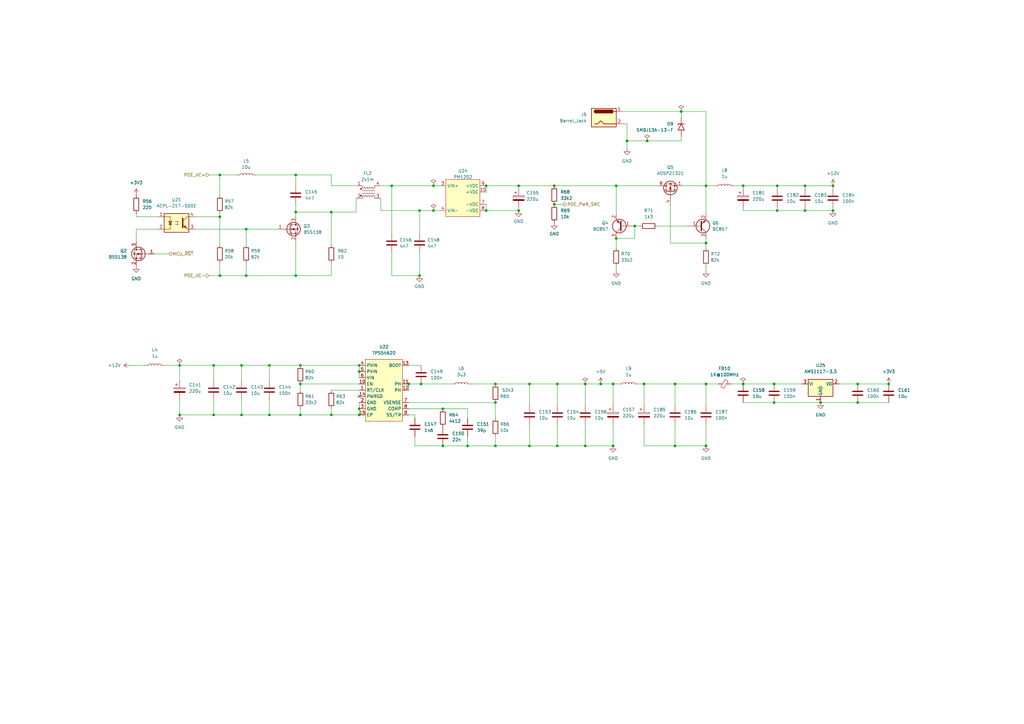
<source format=kicad_sch>
(kicad_sch (version 20211123) (generator eeschema)
  (paper "A3")
  (title_block (title "Kirdy") (date "2022-07-03") (rev "r0.1") (company "M-Labs") (comment 1 "Alex Wong Tat Hang"))
  (lib_symbols
    (symbol "Connector:Barrel_Jack" (pin_names (offset 1.016))
      (property "Reference" "J" (at 0 5.334 0))
      (property "Value" "Barrel_Jack" (at 0 -5.08 0))
      (symbol "Barrel_Jack_1_1"
        (pin passive line (at 7.62 2.54 180) (length 2.54) (name "~") (number "1"))
        (pin passive line (at 7.62 -2.54 180) (length 2.54) (name "~") (number "2"))
      )
    )
    (symbol "Device:C" (pin_numbers hide) (pin_names (offset 0.254))
      (property "Reference" "C" (at 0.635 2.54 0))
      (property "Value" "C" (at 0.635 -2.54 0))
      (symbol "C_1_1"
        (pin passive line (at 0 3.81 270) (length 2.794) (name "~") (number "1"))
        (pin passive line (at 0 -3.81 90) (length 2.794) (name "~") (number "2"))
      )
    )
    (symbol "Device:C_Polarized" (pin_numbers hide) (pin_names (offset 0.254))
      (property "Reference" "C" (at 0.635 2.54 0))
      (property "Value" "C_Polarized" (at 0.635 -2.54 0))
      (symbol "C_Polarized_1_1"
        (pin passive line (at 0 3.81 270) (length 2.794) (name "~") (number "1"))
        (pin passive line (at 0 -3.81 90) (length 2.794) (name "~") (number "2"))
      )
    )
    (symbol "Device:FerriteBead_Small" (pin_numbers hide) (pin_names (offset 0))
      (property "Reference" "FB" (at 1.905 1.27 0))
      (property "Value" "FerriteBead_Small" (at 1.905 -1.27 0))
      (symbol "FerriteBead_Small_1_1"
        (pin passive line (at 0 2.54 270) (length 1.27) (name "~") (number "1"))
        (pin passive line (at 0 -2.54 90) (length 1.27) (name "~") (number "2"))
      )
    )
    (symbol "Device:Filter_EMI_LL_1423" (pin_names hide)
      (property "Reference" "FL" (at 0 4.445 0))
      (property "Value" "Filter_EMI_LL_1423" (at 0 -4.445 0))
      (symbol "Filter_EMI_LL_1423_1_1"
        (pin passive line (at -5.08 -2.54 0) (length 2.54) (name "1") (number "1"))
        (pin passive line (at -5.08 2.54 0) (length 2.54) (name "2") (number "2"))
        (pin passive line (at 5.08 2.54 180) (length 2.54) (name "3") (number "3"))
        (pin passive line (at 5.08 -2.54 180) (length 2.54) (name "4") (number "4"))
      )
    )
    (symbol "Device:L" (pin_numbers hide) (pin_names (offset 1.016) hide)
      (property "Reference" "L" (at -1.27 0 90))
      (property "Value" "L" (at 1.905 0 90))
      (symbol "L_1_1"
        (pin passive line (at 0 3.81 270) (length 1.27) (name "1") (number "1"))
        (pin passive line (at 0 -3.81 90) (length 1.27) (name "2") (number "2"))
      )
    )
    (symbol "Device:R" (pin_numbers hide) (pin_names (offset 0))
      (property "Reference" "R" (at 2.032 0 90))
      (property "Value" "R" (at 0 0 90))
      (symbol "R_1_1"
        (pin passive line (at 0 3.81 270) (length 1.27) (name "~") (number "1"))
        (pin passive line (at 0 -3.81 90) (length 1.27) (name "~") (number "2"))
      )
    )
    (symbol "Diode:SM6T15A" (pin_numbers hide) (pin_names (offset 1.016) hide)
      (property "Reference" "D" (at 0 2.54 0))
      (property "Value" "SM6T15A" (at 0 -2.54 0))
      (symbol "SM6T15A_1_1"
        (pin passive line (at -3.81 0 0) (length 2.54) (name "A1") (number "1"))
        (pin passive line (at 3.81 0 180) (length 2.54) (name "A2") (number "2"))
      )
    )
    (symbol "Isolator:SFH617A-2X009T"
      (property "Reference" "U" (at -3.81 5.08 0))
      (property "Value" "SFH617A-2X009T" (at 0 -5.08 0))
      (symbol "SFH617A-2X009T_1_1"
        (pin passive line (at -7.62 2.54 0) (length 2.54) (name "~") (number "1"))
        (pin passive line (at -7.62 -2.54 0) (length 2.54) (name "~") (number "2"))
        (pin passive line (at 7.62 -2.54 180) (length 2.54) (name "~") (number "3"))
        (pin passive line (at 7.62 2.54 180) (length 2.54) (name "~") (number "4"))
      )
    )
    (symbol "Regulator_Linear:AMS1117-3.3" (pin_names (offset 0.254))
      (property "Reference" "U" (at -3.81 3.175 0))
      (property "Value" "AMS1117-3.3" (at 0 3.175 0))
      (symbol "AMS1117-3.3_1_1"
        (pin power_in line (at 0 -7.62 90) (length 2.54) (name "GND") (number "1"))
        (pin power_out line (at 7.62 0 180) (length 2.54) (name "VO") (number "2"))
        (pin power_in line (at -7.62 0 0) (length 2.54) (name "VI") (number "3"))
      )
    )
    (symbol "Transistor_BJT:BC857" (pin_names (offset 0) hide)
      (property "Reference" "Q" (at 5.08 1.905 0))
      (property "Value" "BC857" (at 5.08 0 0))
      (symbol "BC857_1_1"
        (pin input line (at -5.08 0 0) (length 5.715) (name "B") (number "1"))
        (pin passive line (at 2.54 -5.08 90) (length 2.54) (name "E") (number "2"))
        (pin passive line (at 2.54 5.08 270) (length 2.54) (name "C") (number "3"))
      )
    )
    (symbol "Transistor_FET:BSS138" (pin_names hide)
      (property "Reference" "Q" (at 5.08 1.905 0))
      (property "Value" "BSS138" (at 5.08 0 0))
      (symbol "BSS138_1_1"
        (pin input line (at -5.08 0 0) (length 2.54) (name "G") (number "1"))
        (pin passive line (at 2.54 -5.08 90) (length 2.54) (name "S") (number "2"))
        (pin passive line (at 2.54 5.08 270) (length 2.54) (name "D") (number "3"))
      )
    )
    (symbol "Transistor_FET:FDS9435A" (pin_names hide)
      (property "Reference" "Q" (at 5.08 1.905 0))
      (property "Value" "FDS9435A" (at 5.08 0 0))
      (symbol "FDS9435A_1_1"
        (pin passive line (at 2.54 -5.08 90) (length 2.54) (name "S") (number "1"))
        (pin passive line (at 2.54 -5.08 90) (length 2.54) hide (name "S") (number "2"))
        (pin passive line (at 2.54 -5.08 90) (length 2.54) hide (name "S") (number "3"))
        (pin passive line (at -5.08 0 0) (length 2.54) (name "G") (number "4"))
        (pin passive line (at 2.54 5.08 270) (length 2.54) hide (name "D") (number "5"))
        (pin passive line (at 2.54 5.08 270) (length 2.54) hide (name "D") (number "6"))
        (pin passive line (at 2.54 5.08 270) (length 2.54) hide (name "D") (number "7"))
        (pin passive line (at 2.54 5.08 270) (length 2.54) (name "D") (number "8"))
      )
    )
    (symbol "kirdy:PM1202"
      (property "Reference" "U" (at 6.35 -6.35 0))
      (property "Value" "PM1202" (at -2.54 -6.35 0))
      (symbol "PM1202_0_0"
        (pin no_connect line (at -2.54 6.35 90) (length 2.54) hide (name "NC") (number "1"))
        (pin power_out line (at 10.16 5.08 180) (length 2.54) (name "+VDC") (number "10"))
        (pin no_connect line (at -0.635 5.715 90) (length 2.54) hide (name "NC") (number "2"))
        (pin power_in line (at -8.89 7.62 0) (length 2.54) (name "VIN+") (number "3"))
        (pin power_in line (at -8.89 -2.54 0) (length 2.54) (name "VIN-") (number "4"))
        (pin no_connect line (at 0.635 5.715 90) (length 2.54) hide (name "NC") (number "5"))
        (pin no_connect line (at 1.905 5.715 90) (length 2.54) hide (name "NC") (number "6"))
        (pin passive line (at 10.16 0 180) (length 2.54) (name "-VDC") (number "7"))
        (pin power_out line (at 10.16 -2.54 180) (length 2.54) (name "-VDC") (number "8"))
        (pin input line (at 10.16 7.62 180) (length 2.54) (name "+VDC") (number "9"))
      )
    )
    (symbol "kirdy:TPS54620"
      (property "Reference" "U" (at 0 -17.78 0))
      (property "Value" "TPS54620" (at 0 -15.24 0))
      (symbol "TPS54620_0_0"
        (pin input line (at -10.16 0 0) (length 2.54) (name "RT/CLK") (number "1"))
        (pin input line (at -10.16 2.54 0) (length 2.54) (name "EN") (number "10"))
        (pin power_out line (at 10.16 2.54 180) (length 2.54) (name "PH") (number "11"))
        (pin passive line (at 10.16 0 180) (length 2.54) (name "PH") (number "12"))
        (pin input line (at 10.16 10.16 180) (length 2.54) (name "BOOT") (number "13"))
        (pin output line (at -10.16 -2.54 0) (length 2.54) (name "PWRGD") (number "14"))
        (pin power_in line (at -10.16 -10.16 0) (length 2.54) (name "EP") (number "15"))
        (pin power_in line (at -10.16 -5.08 0) (length 2.54) (name "GND") (number "2"))
        (pin power_in line (at -10.16 -7.62 0) (length 2.54) (name "GND") (number "3"))
        (pin power_in line (at -10.16 10.16 0) (length 2.54) (name "PVIN") (number "4"))
        (pin power_in line (at -10.16 7.62 0) (length 2.54) (name "PVIN") (number "5"))
        (pin power_in line (at -10.16 5.08 0) (length 2.54) (name "VIN") (number "6"))
        (pin input line (at 10.16 -5.08 180) (length 2.54) (name "VSENSE") (number "7"))
        (pin output line (at 10.16 -7.62 180) (length 2.54) (name "COMP") (number "8"))
        (pin output line (at 10.16 -10.16 180) (length 2.54) (name "SS/TR") (number "9"))
      )
    )
    (symbol "power:+12V" (power) (pin_names (offset 0))
      (property "Value" "+12V" (at 0 3.556 0))
      (symbol "+12V_1_1"
        (pin power_in line (at 0 0 90) (length 0) hide (name "+12V") (number "1"))
      )
    )
    (symbol "power:+3V3" (power) (pin_names (offset 0))
      (property "Value" "+3V3" (at 0 3.556 0))
      (symbol "+3V3_1_1"
        (pin power_in line (at 0 0 90) (length 0) hide (name "+3V3") (number "1"))
      )
    )
    (symbol "power:+5V" (power) (pin_names (offset 0))
      (property "Value" "+5V" (at 0 3.556 0))
      (symbol "+5V_1_1"
        (pin power_in line (at 0 0 90) (length 0) hide (name "+5V") (number "1"))
      )
    )
    (symbol "power:GND" (power) (pin_names (offset 0))
      (property "Value" "GND" (at 0 -3.81 0))
      (symbol "GND_1_1"
        (pin power_in line (at 0 0 270) (length 0) hide (name "GND") (number "1"))
      )
    )
    (symbol "power:PWR_FLAG" (power) (pin_numbers hide) (pin_names (offset 0) hide)
      (property "Value" "PWR_FLAG" (at 0 3.81 0))
      (symbol "PWR_FLAG_0_0"
        (pin power_out line (at 0 0 90) (length 0) (name "pwr") (number "1"))
      )
    )
  )
  (junction (at 227.33 76.2))
  (junction (at 87.63 149.86))
  (junction (at 212.725 86.36))
  (junction (at 199.39 86.36))
  (junction (at 252.73 76.2))
  (junction (at 364.49 157.48))
  (junction (at 276.86 157.48))
  (junction (at 289.56 99.695))
  (junction (at 181.61 182.88))
  (junction (at 147.32 167.64))
  (junction (at 100.965 93.98))
  (junction (at 251.46 182.88))
  (junction (at 181.61 167.64))
  (junction (at 246.38 157.48))
  (junction (at 121.285 86.995))
  (junction (at 317.5 165.1))
  (junction (at 228.6 157.48))
  (junction (at 203.2 157.48))
  (junction (at 90.17 113.03))
  (junction (at 135.89 86.995))
  (junction (at 341.63 86.36))
  (junction (at 260.35 92.71))
  (junction (at 251.46 157.48))
  (junction (at 110.49 170.18))
  (junction (at 289.56 76.2))
  (junction (at 167.64 157.48))
  (junction (at 172.085 113.03))
  (junction (at 135.89 170.18))
  (junction (at 73.66 170.18))
  (junction (at 227.33 83.82))
  (junction (at 212.725 76.2))
  (junction (at 177.8 86.36))
  (junction (at 257.175 57.785))
  (junction (at 90.17 88.9))
  (junction (at 240.03 182.88))
  (junction (at 147.32 149.86))
  (junction (at 203.2 182.88))
  (junction (at 336.55 165.1))
  (junction (at 121.285 113.03))
  (junction (at 240.03 157.48))
  (junction (at 110.49 149.86))
  (junction (at 351.79 165.1))
  (junction (at 160.655 76.2))
  (junction (at 121.285 71.755))
  (junction (at 123.19 170.18))
  (junction (at 317.5 157.48))
  (junction (at 289.56 157.48))
  (junction (at 351.79 157.48))
  (junction (at 203.2 165.1))
  (junction (at 318.77 86.36))
  (junction (at 330.2 76.2))
  (junction (at 217.17 182.88))
  (junction (at 177.8 76.2))
  (junction (at 304.8 157.48))
  (junction (at 217.17 157.48))
  (junction (at 87.63 170.18))
  (junction (at 341.63 76.2))
  (junction (at 123.19 149.86))
  (junction (at 304.8 76.2))
  (junction (at 73.66 149.86))
  (junction (at 199.39 76.2))
  (junction (at 279.4 45.72))
  (junction (at 90.17 71.755))
  (junction (at 99.06 170.18))
  (junction (at 289.56 182.88))
  (junction (at 100.965 113.03))
  (junction (at 252.73 97.79))
  (junction (at 147.32 152.4))
  (junction (at 330.2 86.36))
  (junction (at 228.6 182.88))
  (junction (at 265.43 57.785))
  (junction (at 191.77 182.88))
  (junction (at 99.06 149.86))
  (junction (at 172.085 86.36))
  (junction (at 123.19 157.48))
  (junction (at 276.86 182.88))
  (junction (at 147.32 170.18))
  (junction (at 172.72 157.48))
  (junction (at 264.16 157.48))
  (junction (at 318.77 76.2))
  (no_connect (at 147.32 162.56))
  (wire (pts (xy 300.99 76.2) (xy 304.8 76.2)))
  (wire (pts (xy 104.775 71.755) (xy 121.285 71.755)))
  (wire (pts (xy 121.285 86.995) (xy 121.285 88.9)))
  (wire (pts (xy 135.89 167.64) (xy 135.89 170.18)))
  (wire (pts (xy 146.05 76.2) (xy 135.89 76.2)))
  (wire (pts (xy 341.63 77.47) (xy 341.63 76.2)))
  (wire (pts (xy 87.63 149.86) (xy 99.06 149.86)))
  (wire (pts (xy 147.32 165.1) (xy 147.32 167.64)))
  (wire (pts (xy 80.01 93.98) (xy 100.965 93.98)))
  (wire (pts (xy 199.39 86.36) (xy 212.725 86.36)))
  (wire (pts (xy 110.49 149.86) (xy 123.19 149.86)))
  (wire (pts (xy 318.77 76.2) (xy 318.77 77.47)))
  (wire (pts (xy 63.5 104.14) (xy 69.215 104.14)))
  (wire (pts (xy 160.655 113.03) (xy 172.085 113.03)))
  (wire (pts (xy 135.89 86.995) (xy 135.89 100.33)))
  (wire (pts (xy 99.06 163.83) (xy 99.06 170.18)))
  (wire (pts (xy 264.16 157.48) (xy 276.86 157.48)))
  (wire (pts (xy 146.05 81.28) (xy 146.05 86.995)))
  (wire (pts (xy 199.39 83.82) (xy 199.39 86.36)))
  (wire (pts (xy 172.085 103.505) (xy 172.085 113.03)))
  (wire (pts (xy 135.89 160.02) (xy 147.32 160.02)))
  (wire (pts (xy 228.6 182.88) (xy 240.03 182.88)))
  (wire (pts (xy 279.4 45.72) (xy 255.27 45.72)))
  (wire (pts (xy 99.06 170.18) (xy 110.49 170.18)))
  (wire (pts (xy 110.49 170.18) (xy 123.19 170.18)))
  (wire (pts (xy 156.21 86.36) (xy 172.085 86.36)))
  (wire (pts (xy 330.2 76.2) (xy 341.63 76.2)))
  (wire (pts (xy 304.8 165.1) (xy 317.5 165.1)))
  (wire (pts (xy 170.18 179.07) (xy 170.18 182.88)))
  (wire (pts (xy 203.2 182.88) (xy 203.2 179.07)))
  (wire (pts (xy 181.61 167.64) (xy 191.77 167.64)))
  (wire (pts (xy 217.17 157.48) (xy 217.17 166.37)))
  (wire (pts (xy 53.34 149.86) (xy 59.69 149.86)))
  (wire (pts (xy 280.035 76.2) (xy 289.56 76.2)))
  (wire (pts (xy 177.8 76.2) (xy 180.34 76.2)))
  (wire (pts (xy 147.32 149.86) (xy 147.32 152.4)))
  (wire (pts (xy 85.725 113.03) (xy 90.17 113.03)))
  (wire (pts (xy 80.01 88.9) (xy 90.17 88.9)))
  (wire (pts (xy 167.64 149.86) (xy 172.72 149.86)))
  (wire (pts (xy 123.19 157.48) (xy 123.19 160.02)))
  (wire (pts (xy 100.965 113.03) (xy 100.965 107.95)))
  (wire (pts (xy 123.19 167.64) (xy 123.19 170.18)))
  (wire (pts (xy 73.66 163.83) (xy 73.66 170.18)))
  (wire (pts (xy 240.03 157.48) (xy 240.03 166.37)))
  (wire (pts (xy 251.46 182.88) (xy 251.46 173.99)))
  (wire (pts (xy 121.285 86.995) (xy 135.89 86.995)))
  (wire (pts (xy 317.5 157.48) (xy 328.93 157.48)))
  (wire (pts (xy 276.86 157.48) (xy 289.56 157.48)))
  (wire (pts (xy 99.06 149.86) (xy 110.49 149.86)))
  (wire (pts (xy 177.8 86.36) (xy 180.34 86.36)))
  (wire (pts (xy 135.89 71.755) (xy 121.285 71.755)))
  (wire (pts (xy 167.64 165.1) (xy 203.2 165.1)))
  (wire (pts (xy 90.17 80.01) (xy 90.17 71.755)))
  (wire (pts (xy 289.56 173.99) (xy 289.56 182.88)))
  (wire (pts (xy 251.46 157.48) (xy 251.46 166.37)))
  (wire (pts (xy 289.56 76.2) (xy 289.56 87.63)))
  (wire (pts (xy 123.19 157.48) (xy 147.32 157.48)))
  (wire (pts (xy 135.89 113.03) (xy 121.285 113.03)))
  (wire (pts (xy 257.175 50.8) (xy 255.27 50.8)))
  (wire (pts (xy 279.4 55.88) (xy 279.4 57.785)))
  (wire (pts (xy 87.63 170.18) (xy 99.06 170.18)))
  (wire (pts (xy 135.89 170.18) (xy 147.32 170.18)))
  (wire (pts (xy 90.17 113.03) (xy 100.965 113.03)))
  (wire (pts (xy 351.79 157.48) (xy 364.49 157.48)))
  (wire (pts (xy 135.89 107.95) (xy 135.89 113.03)))
  (wire (pts (xy 212.725 76.2) (xy 212.725 77.47)))
  (wire (pts (xy 123.19 149.86) (xy 147.32 149.86)))
  (wire (pts (xy 276.86 166.37) (xy 276.86 157.48)))
  (wire (pts (xy 156.21 81.28) (xy 156.21 86.36)))
  (wire (pts (xy 276.86 182.88) (xy 289.56 182.88)))
  (wire (pts (xy 55.88 93.98) (xy 64.77 93.98)))
  (wire (pts (xy 73.66 156.21) (xy 73.66 149.86)))
  (wire (pts (xy 121.285 113.03) (xy 100.965 113.03)))
  (wire (pts (xy 217.17 157.48) (xy 228.6 157.48)))
  (wire (pts (xy 90.17 87.63) (xy 90.17 88.9)))
  (wire (pts (xy 90.17 71.755) (xy 97.155 71.755)))
  (wire (pts (xy 172.085 86.36) (xy 172.085 95.885)))
  (wire (pts (xy 55.88 99.06) (xy 55.88 93.98)))
  (wire (pts (xy 341.63 85.09) (xy 341.63 86.36)))
  (wire (pts (xy 203.2 157.48) (xy 217.17 157.48)))
  (wire (pts (xy 344.17 157.48) (xy 351.79 157.48)))
  (wire (pts (xy 123.19 170.18) (xy 135.89 170.18)))
  (wire (pts (xy 170.18 182.88) (xy 181.61 182.88)))
  (wire (pts (xy 279.4 45.72) (xy 289.56 45.72)))
  (wire (pts (xy 279.4 45.72) (xy 279.4 48.26)))
  (wire (pts (xy 330.2 76.2) (xy 330.2 77.47)))
  (wire (pts (xy 191.77 182.88) (xy 203.2 182.88)))
  (wire (pts (xy 172.72 157.48) (xy 185.42 157.48)))
  (wire (pts (xy 261.62 157.48) (xy 264.16 157.48)))
  (wire (pts (xy 121.285 71.755) (xy 121.285 76.2)))
  (wire (pts (xy 304.8 76.2) (xy 318.77 76.2)))
  (wire (pts (xy 90.17 88.9) (xy 90.17 100.33)))
  (wire (pts (xy 110.49 163.83) (xy 110.49 170.18)))
  (wire (pts (xy 260.35 92.71) (xy 262.255 92.71)))
  (wire (pts (xy 304.8 76.2) (xy 304.8 77.47)))
  (wire (pts (xy 100.965 93.98) (xy 113.665 93.98)))
  (wire (pts (xy 55.88 87.63) (xy 55.88 88.9)))
  (wire (pts (xy 203.2 182.88) (xy 217.17 182.88)))
  (wire (pts (xy 254 157.48) (xy 251.46 157.48)))
  (wire (pts (xy 279.4 57.785) (xy 265.43 57.785)))
  (wire (pts (xy 252.73 97.79) (xy 252.73 101.6)))
  (wire (pts (xy 318.77 76.2) (xy 330.2 76.2)))
  (wire (pts (xy 252.73 76.2) (xy 252.73 87.63)))
  (wire (pts (xy 100.965 93.98) (xy 100.965 100.33)))
  (wire (pts (xy 228.6 157.48) (xy 240.03 157.48)))
  (wire (pts (xy 264.16 182.88) (xy 264.16 173.99)))
  (wire (pts (xy 90.17 107.95) (xy 90.17 113.03)))
  (wire (pts (xy 330.2 85.09) (xy 330.2 86.36)))
  (wire (pts (xy 73.66 149.86) (xy 87.63 149.86)))
  (wire (pts (xy 274.955 83.82) (xy 274.955 99.695)))
  (wire (pts (xy 212.725 86.36) (xy 212.725 85.09)))
  (wire (pts (xy 160.655 103.505) (xy 160.655 113.03)))
  (wire (pts (xy 147.32 167.64) (xy 147.32 170.18)))
  (wire (pts (xy 299.72 157.48) (xy 304.8 157.48)))
  (wire (pts (xy 257.175 57.785) (xy 257.175 50.8)))
  (wire (pts (xy 289.56 109.22) (xy 289.56 111.125)))
  (wire (pts (xy 252.73 109.22) (xy 252.73 111.125)))
  (wire (pts (xy 87.63 149.86) (xy 87.63 156.21)))
  (wire (pts (xy 199.39 76.2) (xy 199.39 78.74)))
  (wire (pts (xy 317.5 165.1) (xy 336.55 165.1)))
  (wire (pts (xy 203.2 171.45) (xy 203.2 165.1)))
  (wire (pts (xy 167.64 157.48) (xy 172.72 157.48)))
  (wire (pts (xy 147.32 152.4) (xy 147.32 154.94)))
  (wire (pts (xy 121.285 99.06) (xy 121.285 113.03)))
  (wire (pts (xy 170.18 170.18) (xy 170.18 171.45)))
  (wire (pts (xy 193.04 157.48) (xy 203.2 157.48)))
  (wire (pts (xy 252.73 97.79) (xy 260.35 97.79)))
  (wire (pts (xy 146.05 86.995) (xy 135.89 86.995)))
  (wire (pts (xy 330.2 86.36) (xy 341.63 86.36)))
  (wire (pts (xy 265.43 57.785) (xy 257.175 57.785)))
  (wire (pts (xy 227.33 83.82) (xy 231.14 83.82)))
  (wire (pts (xy 172.085 86.36) (xy 177.8 86.36)))
  (wire (pts (xy 228.6 157.48) (xy 228.6 166.37)))
  (wire (pts (xy 264.16 182.88) (xy 276.86 182.88)))
  (wire (pts (xy 87.63 163.83) (xy 87.63 170.18)))
  (wire (pts (xy 191.77 182.88) (xy 191.77 179.07)))
  (wire (pts (xy 260.35 97.79) (xy 260.35 92.71)))
  (wire (pts (xy 240.03 173.99) (xy 240.03 182.88)))
  (wire (pts (xy 121.285 83.82) (xy 121.285 86.995)))
  (wire (pts (xy 217.17 173.99) (xy 217.17 182.88)))
  (wire (pts (xy 167.64 170.18) (xy 170.18 170.18)))
  (wire (pts (xy 199.39 76.2) (xy 212.725 76.2)))
  (wire (pts (xy 227.33 76.2) (xy 252.73 76.2)))
  (wire (pts (xy 246.38 157.48) (xy 251.46 157.48)))
  (wire (pts (xy 181.61 182.88) (xy 191.77 182.88)))
  (wire (pts (xy 304.8 86.36) (xy 318.77 86.36)))
  (wire (pts (xy 318.77 86.36) (xy 330.2 86.36)))
  (wire (pts (xy 73.66 170.18) (xy 87.63 170.18)))
  (wire (pts (xy 135.89 76.2) (xy 135.89 71.755)))
  (wire (pts (xy 318.77 85.09) (xy 318.77 86.36)))
  (wire (pts (xy 276.86 173.99) (xy 276.86 182.88)))
  (wire (pts (xy 67.31 149.86) (xy 73.66 149.86)))
  (wire (pts (xy 252.73 76.2) (xy 269.875 76.2)))
  (wire (pts (xy 228.6 173.99) (xy 228.6 182.88)))
  (wire (pts (xy 110.49 149.86) (xy 110.49 156.21)))
  (wire (pts (xy 264.16 166.37) (xy 264.16 157.48)))
  (wire (pts (xy 191.77 167.64) (xy 191.77 171.45)))
  (wire (pts (xy 240.03 182.88) (xy 251.46 182.88)))
  (wire (pts (xy 160.655 76.2) (xy 177.8 76.2)))
  (wire (pts (xy 289.56 99.695) (xy 289.56 101.6)))
  (wire (pts (xy 274.955 99.695) (xy 289.56 99.695)))
  (wire (pts (xy 304.8 86.36) (xy 304.8 85.09)))
  (wire (pts (xy 289.56 76.2) (xy 293.37 76.2)))
  (wire (pts (xy 351.79 165.1) (xy 364.49 165.1)))
  (wire (pts (xy 167.64 167.64) (xy 181.61 167.64)))
  (wire (pts (xy 304.8 157.48) (xy 317.5 157.48)))
  (wire (pts (xy 289.56 45.72) (xy 289.56 76.2)))
  (wire (pts (xy 212.725 76.2) (xy 227.33 76.2)))
  (wire (pts (xy 269.875 92.71) (xy 281.94 92.71)))
  (wire (pts (xy 99.06 156.21) (xy 99.06 149.86)))
  (wire (pts (xy 289.56 157.48) (xy 294.64 157.48)))
  (wire (pts (xy 167.64 157.48) (xy 167.64 160.02)))
  (wire (pts (xy 85.725 71.755) (xy 90.17 71.755)))
  (wire (pts (xy 156.21 76.2) (xy 160.655 76.2)))
  (wire (pts (xy 55.88 88.9) (xy 64.77 88.9)))
  (wire (pts (xy 160.655 76.2) (xy 160.655 95.885)))
  (wire (pts (xy 289.56 97.79) (xy 289.56 99.695)))
  (wire (pts (xy 240.03 157.48) (xy 246.38 157.48)))
  (wire (pts (xy 217.17 182.88) (xy 228.6 182.88)))
  (wire (pts (xy 257.175 60.96) (xy 257.175 57.785)))
  (wire (pts (xy 289.56 166.37) (xy 289.56 157.48)))
  (wire (pts (xy 336.55 165.1) (xy 351.79 165.1)))
  (hierarchical_label "POE_PWR_SRC" (shape output) (at 231.14 83.82 0))
  (hierarchical_label "POE_VC+" (shape input) (at 85.725 71.755 180))
  (hierarchical_label "POE_VC-" (shape input) (at 85.725 113.03 180))
  (hierarchical_label "MCU_~{RST}" (shape input) (at 69.215 104.14 0))
  (symbol (lib_id "Device:L") (at 189.23 157.48 90) (unit 1)
    (property "Reference" "L6" (at 189.23 151.13 90))
    (property "Value" "3u3" (at 189.23 153.67 90))
    (property "Footprint" "Inductor_SMD:L_Wuerth_MAPI-4020" (effects hide))
    (property "MFR_PN" "74438356033" (effects hide))
  )
  (symbol (lib_id "Device:C") (at 276.86 170.18 0) (unit 1)
    (property "Reference" "C186" (at 280.67 168.9099 0) (effects (justify left)))
    (property "Value" "10u" (at 280.67 171.4499 0) (effects (justify left)))
    (property "Footprint" "Capacitor_SMD:C_0805_2012Metric" (effects hide))
    (property "MFR_PN" "CL21B106KOQNNNG" (effects hide))
    (property "MFR_PN_ALT" "CL21B106KOQNNNE" (effects hide))
  )
  (symbol (lib_id "Device:C") (at 341.63 81.28 0) (unit 1)
    (property "Reference" "C184" (at 345.44 80.0099 0) (effects (justify left)))
    (property "Value" "100n" (at 345.44 82.5499 0) (effects (justify left)))
    (property "Footprint" "Capacitor_SMD:C_0603_1608Metric" (effects hide))
    (property "MFR_PN" "CL10B104KB8NNWC" (effects hide))
    (property "MFR_PN_ALT" "CL10B104KB8NNNL" (effects hide))
  )
  (symbol (lib_id "Transistor_FET:BSS138") (at 118.745 93.98 0) (unit 1)
    (property "Reference" "Q3" (at 124.46 92.7099 0) (effects (justify left)))
    (property "Value" "BSS138" (at 124.46 95.2499 0) (effects (justify left)))
    (property "Footprint" "Package_TO_SOT_SMD:SOT-23" (effects hide))
    (property "Datasheet" "https://www.onsemi.com/pub/Collateral/BSS138-D.PDF" (effects hide))
    (property "MFR_PN" "BSS138W-TP" (effects hide))
    (property "MFR_PN_ALT" "BSS138W-7-F" (effects hide))
  )
  (symbol (lib_id "Device:R") (at 90.17 104.14 0) (unit 1)
    (property "Reference" "R58" (at 92.075 102.8699 0) (effects (justify left)))
    (property "Value" "20k" (at 92.075 105.4099 0) (effects (justify left)))
    (property "Footprint" "Resistor_SMD:R_0603_1608Metric" (effects hide))
    (property "MFR_PN" "RMCF0603FT20K0" (effects hide))
    (property "MFR_PN_ALT" "RC0603FR-0720KL" (effects hide))
  )
  (symbol (lib_id "Device:L") (at 100.965 71.755 90) (unit 1)
    (property "Reference" "L5" (at 100.965 66.04 90))
    (property "Value" "10u" (at 100.965 68.58 90))
    (property "Footprint" "Inductor_SMD:L_Wuerth_WE-PD-Typ-LS" (effects hide))
    (property "MFR_PN" "74477110" (effects hide))
  )
  (symbol (lib_id "Device:C") (at 170.18 175.26 0) (unit 1)
    (property "Reference" "C147" (at 173.99 173.9899 0) (effects (justify left)))
    (property "Value" "1n6" (at 173.99 176.5299 0) (effects (justify left)))
    (property "Footprint" "Capacitor_SMD:C_0603_1608Metric" (effects hide))
    (property "MFR_PN" "GCM1885C1H162FA16D" (effects hide))
    (property "MFR_PN_ALT" "C0603C162J5GAC7867" (effects hide))
  )
  (symbol (lib_id "Device:C") (at 330.2 81.28 0) (unit 1)
    (property "Reference" "C183" (at 334.01 80.0099 0) (effects (justify left)))
    (property "Value" "10u" (at 334.01 82.5499 0) (effects (justify left)))
    (property "Footprint" "Capacitor_SMD:C_0805_2012Metric" (effects hide))
    (property "MFR_PN" "CL21B106KOQNNNG" (effects hide))
    (property "MFR_PN_ALT" "CL21B106KOQNNNE" (effects hide))
  )
  (symbol (lib_id "Device:C_Polarized") (at 264.16 170.18 0) (unit 1)
    (property "Reference" "C185" (at 267.97 168.0209 0) (effects (justify left)))
    (property "Value" "220u" (at 267.97 170.5609 0) (effects (justify left)))
    (property "Footprint" "Capacitor_Tantalum_SMD:CP_EIA-7343-15_Kemet-W" (effects hide))
    (property "MFR_PN" "T491D227K016AT" (effects hide))
    (property "MFR_PN_ALT" "293D227X9016E2TE3" (effects hide))
  )
  (symbol (lib_id "Isolator:SFH617A-2X009T") (at 72.39 91.44 0) (unit 1)
    (property "Reference" "U21" (at 72.39 81.915 0))
    (property "Value" "ACPL-217-500E" (at 72.39 84.455 0))
    (property "Footprint" "Package_DIP:SMDIP-4_W7.62mm" (effects hide))
    (property "Datasheet" "http://www.vishay.com/docs/83740/sfh617a.pdf" (effects hide))
    (property "MFR_PN" "EL3H7(C)(TA)-VG" (effects hide))
  )
  (symbol (lib_id "Device:C") (at 121.285 80.01 0) (unit 1)
    (property "Reference" "C145" (at 125.095 78.7399 0) (effects (justify left)))
    (property "Value" "4n7" (at 125.095 81.2799 0) (effects (justify left)))
    (property "Footprint" "Capacitor_SMD:C_1206_3216Metric" (effects hide))
    (property "MFR_PN" "12067C472KAT2A" (effects hide))
    (property "MFR_PN_ALT" "1206B472K501NT" (effects hide))
  )
  (symbol (lib_id "Device:C") (at 240.03 170.18 0) (unit 1)
    (property "Reference" "C156" (at 243.84 168.9099 0) (effects (justify left)))
    (property "Value" "10u" (at 243.84 171.4499 0) (effects (justify left)))
    (property "Footprint" "Capacitor_SMD:C_0805_2012Metric" (effects hide))
    (property "MFR_PN" "CL21B106KOQNNNG" (effects hide))
    (property "MFR_PN_ALT" "CL21B106KOQNNNE" (effects hide))
  )
  (symbol (lib_id "Device:R") (at 100.965 104.14 0) (unit 1)
    (property "Reference" "R59" (at 102.87 102.8699 0) (effects (justify left)))
    (property "Value" "82k" (at 102.87 105.4099 0) (effects (justify left)))
    (property "Footprint" "Resistor_SMD:R_0603_1608Metric" (effects hide))
    (property "MFR_PN" "CRGCQ0603F82K" (effects hide))
    (property "MFR_PN_ALT" "RMCF0603FT82K0" (effects hide))
  )
  (symbol (lib_id "power:GND") (at 172.085 113.03 0) (unit 1)
    (property "Reference" "#PWR0129" (effects hide))
    (property "Value" "GND" (at 172.085 117.475 0))
  )
  (symbol (lib_id "Device:C") (at 160.655 99.695 0) (unit 1)
    (property "Reference" "C146" (at 163.83 98.4249 0) (effects (justify left)))
    (property "Value" "4n7" (at 163.83 100.9649 0) (effects (justify left)))
    (property "Footprint" "Capacitor_SMD:C_1206_3216Metric" (effects hide))
    (property "MFR_PN" "12067C472KAT2A" (effects hide))
    (property "MFR_PN_ALT" "1206B472K501NT" (effects hide))
  )
  (symbol (lib_id "power:GND") (at 257.175 60.96 0) (mirror y) (unit 1)
    (property "Reference" "#PWR0140" (effects hide))
    (property "Value" "GND" (at 257.175 66.04 0))
  )
  (symbol (lib_id "Device:C_Polarized") (at 304.8 81.28 0) (unit 1)
    (property "Reference" "C181" (at 308.61 79.1209 0) (effects (justify left)))
    (property "Value" "220u" (at 308.61 81.6609 0) (effects (justify left)))
    (property "Footprint" "Capacitor_Tantalum_SMD:CP_EIA-7343-15_Kemet-W" (effects hide))
    (property "MFR_PN" "T491D227K016AT" (effects hide))
    (property "MFR_PN_ALT" "293D227X9016E2TE3" (effects hide))
  )
  (symbol (lib_id "power:GND") (at 289.56 111.125 0) (unit 1)
    (property "Reference" "#PWR0137" (effects hide))
    (property "Value" "GND" (at 289.56 116.205 0))
  )
  (symbol (lib_id "Device:R") (at 181.61 171.45 0) (unit 1)
    (property "Reference" "R64" (at 184.15 170.1799 0) (effects (justify left)))
    (property "Value" "4k12" (at 184.15 172.7199 0) (effects (justify left)))
    (property "Footprint" "Resistor_SMD:R_0603_1608Metric" (effects hide))
    (property "MFR_PN" "RMCF0603FT4K12" (effects hide))
    (property "MFR_PN_ALT" "RC0603FR-074K12L" (effects hide))
  )
  (symbol (lib_id "Device:C") (at 304.8 161.29 0) (unit 1)
    (property "Reference" "C158" (at 308.61 160.0199 0) (effects (justify left)))
    (property "Value" "10u" (at 308.61 162.5599 0) (effects (justify left)))
    (property "Footprint" "Capacitor_SMD:C_0805_2012Metric" (effects hide))
    (property "MFR_PN" "CL21B106KOQNNNG" (effects hide))
    (property "MFR_PN_ALT" "CL21B106KOQNNNE" (effects hide))
  )
  (symbol (lib_id "Device:C") (at 351.79 161.29 0) (unit 1)
    (property "Reference" "C160" (at 355.6 160.0199 0) (effects (justify left)))
    (property "Value" "100n" (at 355.6 162.5599 0) (effects (justify left)))
    (property "Footprint" "Capacitor_SMD:C_0603_1608Metric" (effects hide))
    (property "MFR_PN" "CL10B104KB8NNWC" (effects hide))
    (property "MFR_PN_ALT" "CL10B104KB8NNNL" (effects hide))
  )
  (symbol (lib_id "power:+12V") (at 341.63 76.2 0) (unit 1)
    (property "Reference" "#PWR0136" (effects hide))
    (property "Value" "+12V" (at 341.63 71.12 0))
  )
  (symbol (lib_id "power:PWR_FLAG") (at 304.8 157.48 0) (unit 1)
    (property "Reference" "#FLG0111" (effects hide))
    (property "Value" "PWR_FLAG" (effects hide))
  )
  (symbol (lib_id "power:GND") (at 252.73 111.125 0) (unit 1)
    (property "Reference" "#PWR0135" (effects hide))
    (property "Value" "GND" (at 252.73 116.205 0))
  )
  (symbol (lib_id "Device:C") (at 87.63 160.02 0) (unit 1)
    (property "Reference" "C142" (at 91.44 158.7499 0) (effects (justify left)))
    (property "Value" "10u" (at 91.44 161.2899 0) (effects (justify left)))
    (property "Footprint" "Capacitor_SMD:C_0805_2012Metric" (effects hide))
    (property "MFR_PN" "CL21B106KOQNNNG" (effects hide))
    (property "MFR_PN_ALT" "CL21B106KOQNNNE" (effects hide))
  )
  (symbol (lib_id "Device:R") (at 123.19 153.67 0) (unit 1)
    (property "Reference" "R60" (at 125.095 152.3999 0) (effects (justify left)))
    (property "Value" "82k" (at 125.095 154.9399 0) (effects (justify left)))
    (property "Footprint" "Resistor_SMD:R_0603_1608Metric" (effects hide))
    (property "MFR_PN" "CRGCQ0603F82K" (effects hide))
    (property "MFR_PN_ALT" "RMCF0603FT82K0" (effects hide))
  )
  (symbol (lib_id "Device:C_Polarized") (at 251.46 170.18 0) (unit 1)
    (property "Reference" "C157" (at 255.27 168.0209 0) (effects (justify left)))
    (property "Value" "220u" (at 255.27 170.5609 0) (effects (justify left)))
    (property "Footprint" "Capacitor_Tantalum_SMD:CP_EIA-7343-15_Kemet-W" (effects hide))
    (property "MFR_PN" "T491D227K016AT" (effects hide))
    (property "MFR_PN_ALT" "293D227X9016E2TE3" (effects hide))
  )
  (symbol (lib_id "kirdy:PM1202") (at 189.23 83.82 0) (unit 1)
    (property "Reference" "U24" (at 189.865 70.0872 0))
    (property "Value" "PM1202" (at 189.865 72.6241 0))
    (property "Footprint" "kirdy:PM1202" (effects hide))
  )
  (symbol (lib_id "Device:C") (at 172.72 153.67 0) (unit 1)
    (property "Reference" "C149" (at 176.53 152.3999 0) (effects (justify left)))
    (property "Value" "100n" (at 176.53 154.9399 0) (effects (justify left)))
    (property "Footprint" "Capacitor_SMD:C_0603_1608Metric" (effects hide))
    (property "MFR_PN" "CL10B104KB8NNWC" (effects hide))
    (property "MFR_PN_ALT" "CL10B104KB8NNNL" (effects hide))
  )
  (symbol (lib_id "Diode:SM6T15A") (at 279.4 52.07 90) (mirror x) (unit 1)
    (property "Reference" "D9" (at 276.225 50.7999 90) (effects (justify left)))
    (property "Value" "SMBJ13A-13-F" (at 276.225 53.3399 90) (effects (justify left)))
    (property "Footprint" "Diode_SMD:D_SMB" (effects hide))
    (property "Datasheet" "https://www.st.com/resource/en/datasheet/sm6t.pdf" (effects hide))
    (property "MFR_PN" "SMBJ13A-13-F" (effects hide))
    (property "MFR_PN_ALT" "P6SMB16A" (effects hide))
  )
  (symbol (lib_id "Device:C") (at 228.6 170.18 0) (unit 1)
    (property "Reference" "C154" (at 232.41 168.9099 0) (effects (justify left)))
    (property "Value" "10u" (at 232.41 171.4499 0) (effects (justify left)))
    (property "Footprint" "Capacitor_SMD:C_0805_2012Metric" (effects hide))
    (property "MFR_PN" "CL21B106KOQNNNG" (effects hide))
    (property "MFR_PN_ALT" "CL21B106KOQNNNE" (effects hide))
  )
  (symbol (lib_id "Device:R") (at 203.2 161.29 180) (unit 1)
    (property "Reference" "R65" (at 207.01 162.56 0))
    (property "Value" "52k3" (at 208.28 160.02 0))
    (property "Footprint" "Resistor_SMD:R_0603_1608Metric" (effects hide))
    (property "MFR_PN" "CR0603-FX-5232ELF" (effects hide))
    (property "MFR_PN_ALT" "ERJ-3EKF5232V" (effects hide))
  )
  (symbol (lib_id "Device:C") (at 191.77 175.26 0) (unit 1)
    (property "Reference" "C151" (at 195.58 173.9899 0) (effects (justify left)))
    (property "Value" "39p" (at 195.58 176.5299 0) (effects (justify left)))
    (property "Footprint" "Capacitor_SMD:C_0603_1608Metric" (effects hide))
    (property "MFR_PN" "0603N390J500CT" (effects hide))
    (property "MFR_PN_ALT" "CML0603C0G390JT50V" (effects hide))
  )
  (symbol (lib_id "power:+3V3") (at 55.88 80.01 0) (unit 1)
    (property "Reference" "#PWR0126" (effects hide))
    (property "Value" "+3V3" (at 55.88 74.93 0))
  )
  (symbol (lib_id "Device:R") (at 227.33 80.01 0) (unit 1)
    (property "Reference" "R68" (at 229.87 78.7399 0) (effects (justify left)))
    (property "Value" "33k2" (at 229.87 81.2799 0) (effects (justify left)))
    (property "Footprint" "Resistor_SMD:R_0603_1608Metric" (effects hide))
    (property "MFR_PN" "CR0603-FX-3322ELF" (effects hide))
    (property "MFR_PN_ALT" "RC0603FR-0733K2L" (effects hide))
  )
  (symbol (lib_id "power:GND") (at 73.66 170.18 0) (unit 1)
    (property "Reference" "#PWR0128" (effects hide))
    (property "Value" "GND" (at 73.66 175.26 0))
  )
  (symbol (lib_id "power:PWR_FLAG") (at 177.8 76.2 0) (unit 1)
    (property "Reference" "#FLG0115" (effects hide))
    (property "Value" "PWR_FLAG" (effects hide))
  )
  (symbol (lib_id "power:GND") (at 55.88 109.22 0) (unit 1)
    (property "Reference" "#PWR0127" (effects hide))
    (property "Value" "GND" (at 55.88 114.3 0))
  )
  (symbol (lib_id "Device:R") (at 266.065 92.71 90) (unit 1)
    (property "Reference" "R71" (at 266.065 86.36 90))
    (property "Value" "1k3" (at 266.065 88.9 90))
    (property "Footprint" "Resistor_SMD:R_0603_1608Metric" (effects hide))
    (property "MFR_PN" "RC0603FR-071K3L" (effects hide))
    (property "MFR_PN_ALT" "CRCW06031K30FKEAC" (effects hide))
  )
  (symbol (lib_id "Device:C_Polarized") (at 212.725 81.28 0) (unit 1)
    (property "Reference" "C155" (at 215.9 79.1209 0) (effects (justify left)))
    (property "Value" "220u" (at 215.9 81.6609 0) (effects (justify left)))
    (property "Footprint" "Capacitor_Tantalum_SMD:CP_EIA-7343-15_Kemet-W" (effects hide))
    (property "MFR_PN" "T491D227K016AT" (effects hide))
    (property "MFR_PN_ALT" "293D227X9016E2TE3" (effects hide))
  )
  (symbol (lib_id "Device:C") (at 318.77 81.28 0) (unit 1)
    (property "Reference" "C182" (at 322.58 80.0099 0) (effects (justify left)))
    (property "Value" "10u" (at 322.58 82.5499 0) (effects (justify left)))
    (property "Footprint" "Capacitor_SMD:C_0805_2012Metric" (effects hide))
    (property "MFR_PN" "CL21B106KOQNNNG" (effects hide))
    (property "MFR_PN_ALT" "CL21B106KOQNNNE" (effects hide))
  )
  (symbol (lib_id "Device:L") (at 257.81 157.48 90) (unit 1)
    (property "Reference" "L9" (at 257.81 151.13 90))
    (property "Value" "1u" (at 257.81 153.67 90))
    (property "Footprint" "Inductor_SMD:L_1008_2520Metric" (effects hide))
    (property "MFR_PN" "DFE252012F-1R0M=P2" (effects hide))
    (property "MFR_PN_ALT" "DFE252012P-1R0M=P2" (effects hide))
  )
  (symbol (lib_id "Device:C") (at 289.56 170.18 0) (unit 1)
    (property "Reference" "C187" (at 293.37 168.9099 0) (effects (justify left)))
    (property "Value" "100n" (at 293.37 171.4499 0) (effects (justify left)))
    (property "Footprint" "Capacitor_SMD:C_0603_1608Metric" (effects hide))
    (property "MFR_PN" "CL10B104KB8NNWC" (effects hide))
    (property "MFR_PN_ALT" "CL10B104KB8NNNL" (effects hide))
  )
  (symbol (lib_id "power:+5V") (at 246.38 157.48 0) (unit 1)
    (property "Reference" "#PWR0133" (effects hide))
    (property "Value" "+5V" (at 246.38 152.4 0))
  )
  (symbol (lib_id "Device:R") (at 252.73 105.41 0) (unit 1)
    (property "Reference" "R70" (at 254.635 104.1399 0) (effects (justify left)))
    (property "Value" "33k2" (at 254.635 106.6799 0) (effects (justify left)))
    (property "Footprint" "Resistor_SMD:R_0603_1608Metric" (effects hide))
    (property "MFR_PN" "CR0603-FX-3322ELF" (effects hide))
    (property "MFR_PN_ALT" "RC0603FR-0733K2L" (effects hide))
  )
  (symbol (lib_id "Device:R") (at 55.88 83.82 0) (unit 1)
    (property "Reference" "R56" (at 58.42 82.5499 0) (effects (justify left)))
    (property "Value" "220" (at 58.42 85.0899 0) (effects (justify left)))
    (property "Footprint" "Resistor_SMD:R_0603_1608Metric" (effects hide))
    (property "MFR_PN" "WR06X2200FTL" (effects hide))
    (property "MFR_PN_ALT" "CRGCQ0603F220R" (effects hide))
  )
  (symbol (lib_id "Transistor_FET:BSS138") (at 58.42 104.14 0) (mirror y) (unit 1)
    (property "Reference" "Q2" (at 52.07 102.8699 0) (effects (justify left)))
    (property "Value" "BSS138" (at 52.07 105.4099 0) (effects (justify left)))
    (property "Footprint" "Package_TO_SOT_SMD:SOT-23" (effects hide))
    (property "Datasheet" "https://www.onsemi.com/pub/Collateral/BSS138-D.PDF" (effects hide))
    (property "MFR_PN" "BSS138W-TP" (effects hide))
    (property "MFR_PN_ALT" "BSS138W-7-F" (effects hide))
  )
  (symbol (lib_id "power:PWR_FLAG") (at 73.66 149.86 0) (unit 1)
    (property "Reference" "#FLG0112" (effects hide))
    (property "Value" "PWR_FLAG" (effects hide))
  )
  (symbol (lib_id "power:PWR_FLAG") (at 177.8 86.36 0) (unit 1)
    (property "Reference" "#FLG0116" (effects hide))
    (property "Value" "PWR_FLAG" (effects hide))
  )
  (symbol (lib_id "Device:R") (at 203.2 175.26 0) (unit 1)
    (property "Reference" "R66" (at 205.105 173.9899 0) (effects (justify left)))
    (property "Value" "10k" (at 205.105 176.5299 0) (effects (justify left)))
    (property "Footprint" "Resistor_SMD:R_0603_1608Metric" (effects hide))
    (property "MFR_PN" "RNCP0603FTD10K0" (effects hide))
    (property "MFR_PN_ALT" "RMCF0603FT10K0" (effects hide))
  )
  (symbol (lib_id "Device:C") (at 181.61 179.07 0) (unit 1)
    (property "Reference" "C150" (at 185.42 177.7999 0) (effects (justify left)))
    (property "Value" "22n" (at 185.42 180.3399 0) (effects (justify left)))
    (property "Footprint" "Capacitor_SMD:C_0603_1608Metric" (effects hide))
    (property "MFR_PN" "06035C223JAT2A" (effects hide))
    (property "MFR_PN_ALT" "0603B223J250CT" (effects hide))
  )
  (symbol (lib_id "Device:R") (at 90.17 83.82 0) (unit 1)
    (property "Reference" "R57" (at 92.075 82.5499 0) (effects (justify left)))
    (property "Value" "82k" (at 92.075 85.0899 0) (effects (justify left)))
    (property "Footprint" "Resistor_SMD:R_0603_1608Metric" (effects hide))
    (property "MFR_PN" "CRGCQ0603F82K" (effects hide))
    (property "MFR_PN_ALT" "RMCF0603FT82K0" (effects hide))
  )
  (symbol (lib_id "Device:R") (at 135.89 104.14 0) (unit 1)
    (property "Reference" "R62" (at 138.43 102.8699 0) (effects (justify left)))
    (property "Value" "10" (at 138.43 105.4099 0) (effects (justify left)))
    (property "Footprint" "Resistor_SMD:R_0603_1608Metric" (effects hide))
    (property "MFR_PN" "RT0603BRD0710RL" (effects hide))
    (property "MFR_PN_ALT" "WR06X10R0FTL" (effects hide))
  )
  (symbol (lib_id "power:GND") (at 212.725 86.36 0) (unit 1)
    (property "Reference" "#PWR0166" (effects hide))
    (property "Value" "GND" (at 212.725 90.8034 0))
  )
  (symbol (lib_id "power:GND") (at 341.63 86.36 0) (unit 1)
    (property "Reference" "#PWR0167" (effects hide))
    (property "Value" "GND" (at 341.63 91.44 0))
  )
  (symbol (lib_id "Device:C") (at 110.49 160.02 0) (unit 1)
    (property "Reference" "C144" (at 114.3 158.7499 0) (effects (justify left)))
    (property "Value" "100n" (at 114.3 161.2899 0) (effects (justify left)))
    (property "Footprint" "Capacitor_SMD:C_0603_1608Metric" (effects hide))
    (property "MFR_PN" "CL10B104KB8NNWC" (effects hide))
    (property "MFR_PN_ALT" "CL10B104KB8NNNL" (effects hide))
  )
  (symbol (lib_id "power:GND") (at 227.33 91.44 0) (unit 1)
    (property "Reference" "#PWR0132" (effects hide))
    (property "Value" "GND" (at 227.33 95.885 0))
  )
  (symbol (lib_id "Device:L") (at 63.5 149.86 90) (unit 1)
    (property "Reference" "L4" (at 63.5 143.51 90))
    (property "Value" "1u" (at 63.5 146.05 90))
    (property "Footprint" "Inductor_SMD:L_1008_2520Metric" (effects hide))
    (property "MFR_PN" "DFE252012F-1R0M=P2" (effects hide))
    (property "MFR_PN_ALT" "DFE252012P-1R0M=P2" (effects hide))
  )
  (symbol (lib_id "Device:R") (at 135.89 163.83 0) (unit 1)
    (property "Reference" "R63" (at 137.795 162.5599 0) (effects (justify left)))
    (property "Value" "82k" (at 137.795 165.0999 0) (effects (justify left)))
    (property "Footprint" "Resistor_SMD:R_0603_1608Metric" (effects hide))
    (property "MFR_PN" "CRGCQ0603F82K" (effects hide))
    (property "MFR_PN_ALT" "RMCF0603FT82K0" (effects hide))
  )
  (symbol (lib_id "Device:C") (at 217.17 170.18 0) (unit 1)
    (property "Reference" "C153" (at 220.98 168.9099 0) (effects (justify left)))
    (property "Value" "10u" (at 220.98 171.4499 0) (effects (justify left)))
    (property "Footprint" "Capacitor_SMD:C_0805_2012Metric" (effects hide))
    (property "MFR_PN" "CL21B106KOQNNNG" (effects hide))
    (property "MFR_PN_ALT" "CL21B106KOQNNNE" (effects hide))
  )
  (symbol (lib_id "Transistor_BJT:BC857") (at 255.27 92.71 180) (unit 1)
    (property "Reference" "Q4" (at 249.555 91.4399 0) (effects (justify left)))
    (property "Value" "BC857" (at 249.555 93.9799 0) (effects (justify left)))
    (property "Footprint" "Package_TO_SOT_SMD:SOT-23" (effects hide))
    (property "Datasheet" "https://www.onsemi.com/pub/Collateral/BC860-D.pdf" (effects hide))
    (property "MFR_PN" "BC857B-TP" (effects hide))
    (property "MFR_PN_ALT" "BC857C-TP" (effects hide))
  )
  (symbol (lib_id "power:GND") (at 251.46 182.88 0) (unit 1)
    (property "Reference" "#PWR0134" (effects hide))
    (property "Value" "GND" (at 251.46 187.96 0))
  )
  (symbol (lib_id "Device:R") (at 227.33 87.63 0) (unit 1)
    (property "Reference" "R69" (at 229.87 86.3599 0) (effects (justify left)))
    (property "Value" "10k" (at 229.87 88.8999 0) (effects (justify left)))
    (property "Footprint" "Resistor_SMD:R_0603_1608Metric" (effects hide))
    (property "MFR_PN" "RNCP0603FTD10K0" (effects hide))
    (property "MFR_PN_ALT" "RMCF0603FT10K0" (effects hide))
  )
  (symbol (lib_id "power:PWR_FLAG") (at 265.43 57.785 0) (mirror y) (unit 1)
    (property "Reference" "#FLG02" (effects hide))
    (property "Value" "PWR_FLAG" (effects hide))
  )
  (symbol (lib_id "Device:R") (at 289.56 105.41 0) (unit 1)
    (property "Reference" "R72" (at 291.465 104.1399 0) (effects (justify left)))
    (property "Value" "82k" (at 291.465 106.6799 0) (effects (justify left)))
    (property "Footprint" "Resistor_SMD:R_0603_1608Metric" (effects hide))
    (property "MFR_PN" "CRGCQ0603F82K" (effects hide))
    (property "MFR_PN_ALT" "RMCF0603FT82K0" (effects hide))
  )
  (symbol (lib_id "Device:C") (at 317.5 161.29 0) (unit 1)
    (property "Reference" "C159" (at 321.31 160.0199 0) (effects (justify left)))
    (property "Value" "100n" (at 321.31 162.5599 0) (effects (justify left)))
    (property "Footprint" "Capacitor_SMD:C_0603_1608Metric" (effects hide))
    (property "MFR_PN" "CL10B104KB8NNWC" (effects hide))
    (property "MFR_PN_ALT" "CL10B104KB8NNNL" (effects hide))
  )
  (symbol (lib_id "Device:R") (at 123.19 163.83 0) (unit 1)
    (property "Reference" "R61" (at 125.095 162.5599 0) (effects (justify left)))
    (property "Value" "33k2" (at 125.095 165.0999 0) (effects (justify left)))
    (property "Footprint" "Resistor_SMD:R_0603_1608Metric" (effects hide))
    (property "MFR_PN" "CR0603-FX-3322ELF" (effects hide))
    (property "MFR_PN_ALT" "RC0603FR-0733K2L" (effects hide))
  )
  (symbol (lib_id "power:GND") (at 336.55 165.1 0) (unit 1)
    (property "Reference" "#PWR0138" (effects hide))
    (property "Value" "GND" (at 336.55 170.18 0))
  )
  (symbol (lib_id "Device:Filter_EMI_LL_1423") (at 151.13 78.74 0) (mirror x) (unit 1)
    (property "Reference" "FL2" (at 150.749 71.12 0))
    (property "Value" "2x1m" (at 150.749 73.66 0))
    (property "Footprint" "Inductor_SMD:L_CommonModeChoke_Wuerth_WE-SL5" (effects hide))
    (property "MFR_PN" "744273501" (effects hide))
  )
  (symbol (lib_id "Device:C") (at 364.49 161.29 0) (unit 1)
    (property "Reference" "C161" (at 368.3 160.0199 0) (effects (justify left)))
    (property "Value" "10u" (at 368.3 162.5599 0) (effects (justify left)))
    (property "Footprint" "Capacitor_SMD:C_0805_2012Metric" (effects hide))
    (property "MFR_PN" "CL21B106KOQNNNG" (effects hide))
    (property "MFR_PN_ALT" "CL21B106KOQNNNE" (effects hide))
  )
  (symbol (lib_id "Connector:Barrel_Jack") (at 247.65 48.26 0) (unit 1)
    (property "Reference" "J5" (at 240.665 46.9899 0) (effects (justify right)))
    (property "Value" "Barrel_Jack" (at 240.665 49.5299 0) (effects (justify right)))
    (property "Footprint" "Connector_BarrelJack:BarrelJack_CUI_PJ-063AH_Horizontal" (effects hide))
    (property "MFR_PN" "PJ-063BH" (effects hide))
  )
  (symbol (lib_id "power:+12V") (at 53.34 149.86 90) (unit 1)
    (property "Reference" "#PWR0125" (effects hide))
    (property "Value" "+12V" (at 49.53 149.8599 90) (effects (justify left)))
  )
  (symbol (lib_id "Regulator_Linear:AMS1117-3.3") (at 336.55 157.48 0) (unit 1)
    (property "Reference" "U25" (at 336.55 149.86 0))
    (property "Value" "AMS1117-3.3" (at 336.55 152.4 0))
    (property "Footprint" "Package_TO_SOT_SMD:SOT-223-3_TabPin2" (effects hide))
    (property "Datasheet" "http://www.advanced-monolithic.com/pdf/ds1117.pdf" (effects hide))
    (property "MFR_PN" "AMS1117-3.3" (effects hide))
  )
  (symbol (lib_id "Transistor_FET:FDS9435A") (at 274.955 78.74 90) (unit 1)
    (property "Reference" "Q5" (at 274.955 68.58 90))
    (property "Value" "AOSP21321" (at 274.955 71.12 90))
    (property "Footprint" "Package_SO:SOIC-8_3.9x4.9mm_P1.27mm" (effects hide))
    (property "Datasheet" "https://www.onsemi.com/pub/Collateral/FDS9435A-D.PDF" (effects hide))
    (property "MFR_PN" "AOSP21321" (effects hide))
    (property "MFR_PN_ALT" "AO4411" (effects hide))
  )
  (symbol (lib_id "Transistor_BJT:BC857") (at 287.02 92.71 0) (mirror x) (unit 1)
    (property "Reference" "Q6" (at 292.1 91.4399 0) (effects (justify left)))
    (property "Value" "BC857" (at 292.1 93.9799 0) (effects (justify left)))
    (property "Footprint" "Package_TO_SOT_SMD:SOT-23" (effects hide))
    (property "Datasheet" "https://www.onsemi.com/pub/Collateral/BC860-D.pdf" (effects hide))
    (property "MFR_PN" "BC857B-TP" (effects hide))
    (property "MFR_PN_ALT" "BC857C-TP" (effects hide))
  )
  (symbol (lib_id "power:PWR_FLAG") (at 279.4 45.72 0) (mirror y) (unit 1)
    (property "Reference" "#FLG01" (effects hide))
    (property "Value" "PWR_FLAG" (effects hide))
  )
  (symbol (lib_id "Device:FerriteBead_Small") (at 297.18 157.48 90) (unit 1)
    (property "Reference" "FB10" (at 297.1419 151.13 90))
    (property "Value" "1K@100MHz" (at 297.1419 153.67 90))
    (property "Footprint" "Inductor_SMD:L_1210_3225Metric" (effects hide))
    (property "MFR_PN" "FBMH3225HM102NT" (effects hide))
    (property "MFR_PN_ALT" "FBMH3225HM102NTV" (effects hide))
  )
  (symbol (lib_id "Device:C") (at 99.06 160.02 0) (unit 1)
    (property "Reference" "C143" (at 102.87 158.7499 0) (effects (justify left)))
    (property "Value" "10u" (at 102.87 161.2899 0) (effects (justify left)))
    (property "Footprint" "Capacitor_SMD:C_0805_2012Metric" (effects hide))
    (property "MFR_PN" "CL21B106KOQNNNG" (effects hide))
    (property "MFR_PN_ALT" "CL21B106KOQNNNE" (effects hide))
  )
  (symbol (lib_id "Device:C") (at 172.085 99.695 0) (unit 1)
    (property "Reference" "C148" (at 175.26 98.4249 0) (effects (justify left)))
    (property "Value" "4n7" (at 175.26 100.9649 0) (effects (justify left)))
    (property "Footprint" "Capacitor_SMD:C_1206_3216Metric" (effects hide))
    (property "MFR_PN" "12067C472KAT2A" (effects hide))
    (property "MFR_PN_ALT" "1206B472K501NT" (effects hide))
  )
  (symbol (lib_id "power:+3V3") (at 364.49 157.48 0) (unit 1)
    (property "Reference" "#PWR0139" (effects hide))
    (property "Value" "+3V3" (at 364.49 152.4 0))
  )
  (symbol (lib_id "kirdy:TPS54620") (at 157.48 160.02 0) (unit 1)
    (property "Reference" "U22" (at 157.48 142.24 0))
    (property "Value" "TPS54620" (at 157.48 144.78 0))
    (property "Footprint" "Package_DFN_QFN:Texas_S-PVQFN-N14" (effects hide))
    (property "MFR_PN" "TPS54620RHLR" (effects hide))
  )
  (symbol (lib_id "Device:C_Polarized") (at 73.66 160.02 0) (unit 1)
    (property "Reference" "C141" (at 77.47 157.8609 0) (effects (justify left)))
    (property "Value" "220u" (at 77.47 160.4009 0) (effects (justify left)))
    (property "Footprint" "Capacitor_Tantalum_SMD:CP_EIA-7343-15_Kemet-W" (effects hide))
    (property "MFR_PN" "T491D227K016AT" (effects hide))
    (property "MFR_PN_ALT" "293D227X9016E2TE3" (effects hide))
  )
  (symbol (lib_id "Device:L") (at 297.18 76.2 90) (unit 1)
    (property "Reference" "L8" (at 297.18 69.85 90))
    (property "Value" "1u" (at 297.18 72.39 90))
    (property "Footprint" "Inductor_SMD:L_1008_2520Metric" (effects hide))
    (property "MFR_PN" "DFE252012F-1R0M=P2" (effects hide))
    (property "MFR_PN_ALT" "DFE252012P-1R0M=P2" (effects hide))
  )
  (symbol (lib_id "power:GND") (at 289.56 182.88 0) (unit 1)
    (property "Reference" "#PWR0168" (effects hide))
    (property "Value" "GND" (at 289.56 187.96 0))
  )
  (symbol (lib_id "power:PWR_FLAG") (at 240.03 157.48 0) (unit 1)
    (property "Reference" "#FLG0110" (effects hide))
    (property "Value" "PWR_FLAG" (effects hide))
  )
)
</source>
